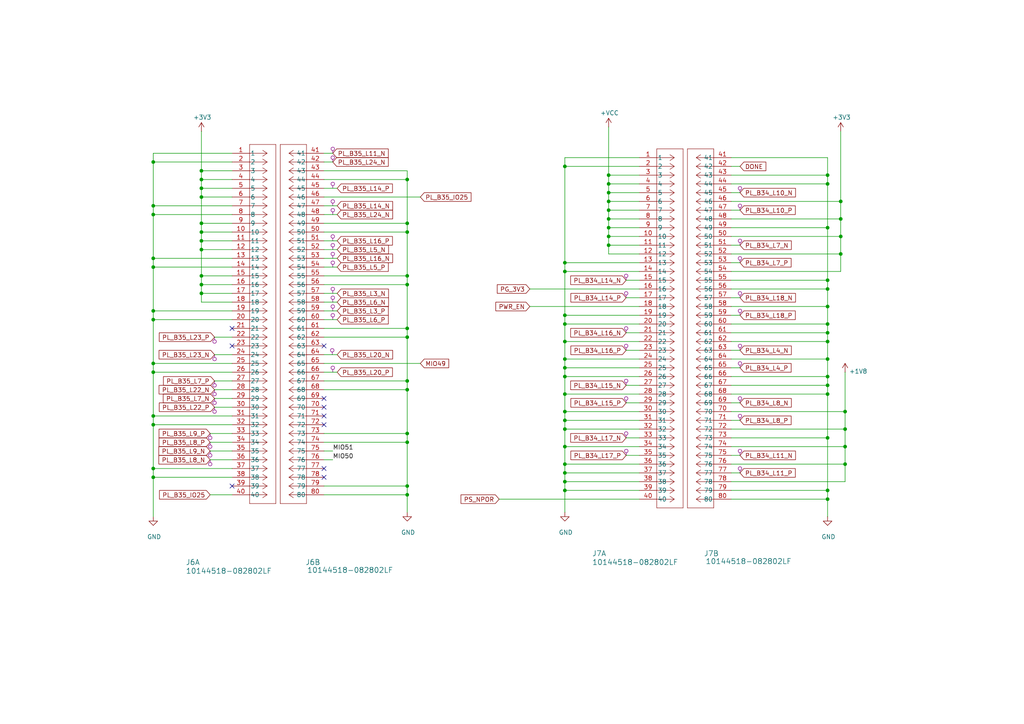
<source format=kicad_sch>
(kicad_sch (version 20250114) (generator "eeschema") (generator_version "9.0")
  (paper "A4")
  (title_block (title "MEZZANINE CONNECTORS") (date "2025-10-06") (rev "A") (company "GHM"))
  (lib_symbols
    (symbol "power:GND" (power) (pin_numbers (hide yes)) (pin_names (offset 0) (hide yes))
      (property "Value" "GND" (at 0 -3.81 0))
      (symbol "GND_1_1"
        (pin power_in line (at 0 0 270) (length 0) (name "~") (number "1"))
      )
    )
    (symbol "power:VCC" (power) (pin_numbers (hide yes)) (pin_names (offset 0) (hide yes))
      (property "Value" "VCC" (at 0 3.556 0))
      (symbol "VCC_1_1"
        (pin power_in line (at 0 0 90) (length 0) (name "~") (number "1"))
      )
    )
    (symbol "symbols:10144518-082802LF" (pin_names (offset 0.254))
      (property "Reference" "J" (at 8.89 6.35 0))
      (property "Value" "10144518-082802LF" (at 0 0 0))
      (symbol "10144518-082802LF_1_1"
        (pin unspecified line (at 0 0 0) (length 5.08) (name "1") (number "1"))
        (pin unspecified line (at 0 -2.54 0) (length 5.08) (name "2") (number "2"))
        (pin unspecified line (at 0 -5.08 0) (length 5.08) (name "3") (number "3"))
        (pin unspecified line (at 0 -7.62 0) (length 5.08) (name "4") (number "4"))
        (pin unspecified line (at 0 -10.16 0) (length 5.08) (name "5") (number "5"))
        (pin unspecified line (at 0 -12.7 0) (length 5.08) (name "6") (number "6"))
        (pin unspecified line (at 0 -15.24 0) (length 5.08) (name "7") (number "7"))
        (pin unspecified line (at 0 -17.78 0) (length 5.08) (name "8") (number "8"))
        (pin unspecified line (at 0 -20.32 0) (length 5.08) (name "9") (number "9"))
        (pin unspecified line (at 0 -22.86 0) (length 5.08) (name "10") (number "10"))
        (pin unspecified line (at 0 -25.4 0) (length 5.08) (name "11") (number "11"))
        (pin unspecified line (at 0 -27.94 0) (length 5.08) (name "12") (number "12"))
        (pin unspecified line (at 0 -30.48 0) (length 5.08) (name "13") (number "13"))
        (pin unspecified line (at 0 -33.02 0) (length 5.08) (name "14") (number "14"))
        (pin unspecified line (at 0 -35.56 0) (length 5.08) (name "15") (number "15"))
        (pin unspecified line (at 0 -38.1 0) (length 5.08) (name "16") (number "16"))
        (pin unspecified line (at 0 -40.64 0) (length 5.08) (name "17") (number "17"))
        (pin unspecified line (at 0 -43.18 0) (length 5.08) (name "18") (number "18"))
        (pin unspecified line (at 0 -45.72 0) (length 5.08) (name "19") (number "19"))
        (pin unspecified line (at 0 -48.26 0) (length 5.08) (name "20") (number "20"))
        (pin unspecified line (at 0 -50.8 0) (length 5.08) (name "21") (number "21"))
        (pin unspecified line (at 0 -53.34 0) (length 5.08) (name "22") (number "22"))
        (pin unspecified line (at 0 -55.88 0) (length 5.08) (name "23") (number "23"))
        (pin unspecified line (at 0 -58.42 0) (length 5.08) (name "24") (number "24"))
        (pin unspecified line (at 0 -60.96 0) (length 5.08) (name "25") (number "25"))
        (pin unspecified line (at 0 -63.5 0) (length 5.08) (name "26") (number "26"))
        (pin unspecified line (at 0 -66.04 0) (length 5.08) (name "27") (number "27"))
        (pin unspecified line (at 0 -68.58 0) (length 5.08) (name "28") (number "28"))
        (pin unspecified line (at 0 -71.12 0) (length 5.08) (name "29") (number "29"))
        (pin unspecified line (at 0 -73.66 0) (length 5.08) (name "30") (number "30"))
        (pin unspecified line (at 0 -76.2 0) (length 5.08) (name "31") (number "31"))
        (pin unspecified line (at 0 -78.74 0) (length 5.08) (name "32") (number "32"))
        (pin unspecified line (at 0 -81.28 0) (length 5.08) (name "33") (number "33"))
        (pin unspecified line (at 0 -83.82 0) (length 5.08) (name "34") (number "34"))
        (pin unspecified line (at 0 -86.36 0) (length 5.08) (name "35") (number "35"))
        (pin unspecified line (at 0 -88.9 0) (length 5.08) (name "36") (number "36"))
        (pin unspecified line (at 0 -91.44 0) (length 5.08) (name "37") (number "37"))
        (pin unspecified line (at 0 -93.98 0) (length 5.08) (name "38") (number "38"))
        (pin unspecified line (at 0 -96.52 0) (length 5.08) (name "39") (number "39"))
        (pin unspecified line (at 0 -99.06 0) (length 5.08) (name "40") (number "40"))
      )
      (symbol "10144518-082802LF_1_2"
        (pin unspecified line (at 0 0 0) (length 5.08) (name "1") (number "1"))
        (pin unspecified line (at 0 -2.54 0) (length 5.08) (name "2") (number "2"))
        (pin unspecified line (at 0 -5.08 0) (length 5.08) (name "3") (number "3"))
        (pin unspecified line (at 0 -7.62 0) (length 5.08) (name "4") (number "4"))
        (pin unspecified line (at 0 -10.16 0) (length 5.08) (name "5") (number "5"))
        (pin unspecified line (at 0 -12.7 0) (length 5.08) (name "6") (number "6"))
        (pin unspecified line (at 0 -15.24 0) (length 5.08) (name "7") (number "7"))
        (pin unspecified line (at 0 -17.78 0) (length 5.08) (name "8") (number "8"))
        (pin unspecified line (at 0 -20.32 0) (length 5.08) (name "9") (number "9"))
        (pin unspecified line (at 0 -22.86 0) (length 5.08) (name "10") (number "10"))
        (pin unspecified line (at 0 -25.4 0) (length 5.08) (name "11") (number "11"))
        (pin unspecified line (at 0 -27.94 0) (length 5.08) (name "12") (number "12"))
        (pin unspecified line (at 0 -30.48 0) (length 5.08) (name "13") (number "13"))
        (pin unspecified line (at 0 -33.02 0) (length 5.08) (name "14") (number "14"))
        (pin unspecified line (at 0 -35.56 0) (length 5.08) (name "15") (number "15"))
        (pin unspecified line (at 0 -38.1 0) (length 5.08) (name "16") (number "16"))
        (pin unspecified line (at 0 -40.64 0) (length 5.08) (name "17") (number "17"))
        (pin unspecified line (at 0 -43.18 0) (length 5.08) (name "18") (number "18"))
        (pin unspecified line (at 0 -45.72 0) (length 5.08) (name "19") (number "19"))
        (pin unspecified line (at 0 -48.26 0) (length 5.08) (name "20") (number "20"))
        (pin unspecified line (at 0 -50.8 0) (length 5.08) (name "21") (number "21"))
        (pin unspecified line (at 0 -53.34 0) (length 5.08) (name "22") (number "22"))
        (pin unspecified line (at 0 -55.88 0) (length 5.08) (name "23") (number "23"))
        (pin unspecified line (at 0 -58.42 0) (length 5.08) (name "24") (number "24"))
        (pin unspecified line (at 0 -60.96 0) (length 5.08) (name "25") (number "25"))
        (pin unspecified line (at 0 -63.5 0) (length 5.08) (name "26") (number "26"))
        (pin unspecified line (at 0 -66.04 0) (length 5.08) (name "27") (number "27"))
        (pin unspecified line (at 0 -68.58 0) (length 5.08) (name "28") (number "28"))
        (pin unspecified line (at 0 -71.12 0) (length 5.08) (name "29") (number "29"))
        (pin unspecified line (at 0 -73.66 0) (length 5.08) (name "30") (number "30"))
        (pin unspecified line (at 0 -76.2 0) (length 5.08) (name "31") (number "31"))
        (pin unspecified line (at 0 -78.74 0) (length 5.08) (name "32") (number "32"))
        (pin unspecified line (at 0 -81.28 0) (length 5.08) (name "33") (number "33"))
        (pin unspecified line (at 0 -83.82 0) (length 5.08) (name "34") (number "34"))
        (pin unspecified line (at 0 -86.36 0) (length 5.08) (name "35") (number "35"))
        (pin unspecified line (at 0 -88.9 0) (length 5.08) (name "36") (number "36"))
        (pin unspecified line (at 0 -91.44 0) (length 5.08) (name "37") (number "37"))
        (pin unspecified line (at 0 -93.98 0) (length 5.08) (name "38") (number "38"))
        (pin unspecified line (at 0 -96.52 0) (length 5.08) (name "39") (number "39"))
        (pin unspecified line (at 0 -99.06 0) (length 5.08) (name "40") (number "40"))
      )
      (symbol "10144518-082802LF_2_1"
        (pin unspecified line (at 0 0 0) (length 5.08) (name "41") (number "41"))
        (pin unspecified line (at 0 -2.54 0) (length 5.08) (name "42") (number "42"))
        (pin unspecified line (at 0 -5.08 0) (length 5.08) (name "43") (number "43"))
        (pin unspecified line (at 0 -7.62 0) (length 5.08) (name "44") (number "44"))
        (pin unspecified line (at 0 -10.16 0) (length 5.08) (name "45") (number "45"))
        (pin unspecified line (at 0 -12.7 0) (length 5.08) (name "46") (number "46"))
        (pin unspecified line (at 0 -15.24 0) (length 5.08) (name "47") (number "47"))
        (pin unspecified line (at 0 -17.78 0) (length 5.08) (name "48") (number "48"))
        (pin unspecified line (at 0 -20.32 0) (length 5.08) (name "49") (number "49"))
        (pin unspecified line (at 0 -22.86 0) (length 5.08) (name "50") (number "50"))
        (pin unspecified line (at 0 -25.4 0) (length 5.08) (name "51") (number "51"))
        (pin unspecified line (at 0 -27.94 0) (length 5.08) (name "52") (number "52"))
        (pin unspecified line (at 0 -30.48 0) (length 5.08) (name "53") (number "53"))
        (pin unspecified line (at 0 -33.02 0) (length 5.08) (name "54") (number "54"))
        (pin unspecified line (at 0 -35.56 0) (length 5.08) (name "55") (number "55"))
        (pin unspecified line (at 0 -38.1 0) (length 5.08) (name "56") (number "56"))
        (pin unspecified line (at 0 -40.64 0) (length 5.08) (name "57") (number "57"))
        (pin unspecified line (at 0 -43.18 0) (length 5.08) (name "58") (number "58"))
        (pin unspecified line (at 0 -45.72 0) (length 5.08) (name "59") (number "59"))
        (pin unspecified line (at 0 -48.26 0) (length 5.08) (name "60") (number "60"))
        (pin unspecified line (at 0 -50.8 0) (length 5.08) (name "61") (number "61"))
        (pin unspecified line (at 0 -53.34 0) (length 5.08) (name "62") (number "62"))
        (pin unspecified line (at 0 -55.88 0) (length 5.08) (name "63") (number "63"))
        (pin unspecified line (at 0 -58.42 0) (length 5.08) (name "64") (number "64"))
        (pin unspecified line (at 0 -60.96 0) (length 5.08) (name "65") (number "65"))
        (pin unspecified line (at 0 -63.5 0) (length 5.08) (name "66") (number "66"))
        (pin unspecified line (at 0 -66.04 0) (length 5.08) (name "67") (number "67"))
        (pin unspecified line (at 0 -68.58 0) (length 5.08) (name "68") (number "68"))
        (pin unspecified line (at 0 -71.12 0) (length 5.08) (name "69") (number "69"))
        (pin unspecified line (at 0 -73.66 0) (length 5.08) (name "70") (number "70"))
        (pin unspecified line (at 0 -76.2 0) (length 5.08) (name "71") (number "71"))
        (pin unspecified line (at 0 -78.74 0) (length 5.08) (name "72") (number "72"))
        (pin unspecified line (at 0 -81.28 0) (length 5.08) (name "73") (number "73"))
        (pin unspecified line (at 0 -83.82 0) (length 5.08) (name "74") (number "74"))
        (pin unspecified line (at 0 -86.36 0) (length 5.08) (name "75") (number "75"))
        (pin unspecified line (at 0 -88.9 0) (length 5.08) (name "76") (number "76"))
        (pin unspecified line (at 0 -91.44 0) (length 5.08) (name "77") (number "77"))
        (pin unspecified line (at 0 -93.98 0) (length 5.08) (name "78") (number "78"))
        (pin unspecified line (at 0 -96.52 0) (length 5.08) (name "79") (number "79"))
        (pin unspecified line (at 0 -99.06 0) (length 5.08) (name "80") (number "80"))
      )
      (symbol "10144518-082802LF_2_2"
        (pin unspecified line (at 0 0 0) (length 5.08) (name "41") (number "41"))
        (pin unspecified line (at 0 -2.54 0) (length 5.08) (name "42") (number "42"))
        (pin unspecified line (at 0 -5.08 0) (length 5.08) (name "43") (number "43"))
        (pin unspecified line (at 0 -7.62 0) (length 5.08) (name "44") (number "44"))
        (pin unspecified line (at 0 -10.16 0) (length 5.08) (name "45") (number "45"))
        (pin unspecified line (at 0 -12.7 0) (length 5.08) (name "46") (number "46"))
        (pin unspecified line (at 0 -15.24 0) (length 5.08) (name "47") (number "47"))
        (pin unspecified line (at 0 -17.78 0) (length 5.08) (name "48") (number "48"))
        (pin unspecified line (at 0 -20.32 0) (length 5.08) (name "49") (number "49"))
        (pin unspecified line (at 0 -22.86 0) (length 5.08) (name "50") (number "50"))
        (pin unspecified line (at 0 -25.4 0) (length 5.08) (name "51") (number "51"))
        (pin unspecified line (at 0 -27.94 0) (length 5.08) (name "52") (number "52"))
        (pin unspecified line (at 0 -30.48 0) (length 5.08) (name "53") (number "53"))
        (pin unspecified line (at 0 -33.02 0) (length 5.08) (name "54") (number "54"))
        (pin unspecified line (at 0 -35.56 0) (length 5.08) (name "55") (number "55"))
        (pin unspecified line (at 0 -38.1 0) (length 5.08) (name "56") (number "56"))
        (pin unspecified line (at 0 -40.64 0) (length 5.08) (name "57") (number "57"))
        (pin unspecified line (at 0 -43.18 0) (length 5.08) (name "58") (number "58"))
        (pin unspecified line (at 0 -45.72 0) (length 5.08) (name "59") (number "59"))
        (pin unspecified line (at 0 -48.26 0) (length 5.08) (name "60") (number "60"))
        (pin unspecified line (at 0 -50.8 0) (length 5.08) (name "61") (number "61"))
        (pin unspecified line (at 0 -53.34 0) (length 5.08) (name "62") (number "62"))
        (pin unspecified line (at 0 -55.88 0) (length 5.08) (name "63") (number "63"))
        (pin unspecified line (at 0 -58.42 0) (length 5.08) (name "64") (number "64"))
        (pin unspecified line (at 0 -60.96 0) (length 5.08) (name "65") (number "65"))
        (pin unspecified line (at 0 -63.5 0) (length 5.08) (name "66") (number "66"))
        (pin unspecified line (at 0 -66.04 0) (length 5.08) (name "67") (number "67"))
        (pin unspecified line (at 0 -68.58 0) (length 5.08) (name "68") (number "68"))
        (pin unspecified line (at 0 -71.12 0) (length 5.08) (name "69") (number "69"))
        (pin unspecified line (at 0 -73.66 0) (length 5.08) (name "70") (number "70"))
        (pin unspecified line (at 0 -76.2 0) (length 5.08) (name "71") (number "71"))
        (pin unspecified line (at 0 -78.74 0) (length 5.08) (name "72") (number "72"))
        (pin unspecified line (at 0 -81.28 0) (length 5.08) (name "73") (number "73"))
        (pin unspecified line (at 0 -83.82 0) (length 5.08) (name "74") (number "74"))
        (pin unspecified line (at 0 -86.36 0) (length 5.08) (name "75") (number "75"))
        (pin unspecified line (at 0 -88.9 0) (length 5.08) (name "76") (number "76"))
        (pin unspecified line (at 0 -91.44 0) (length 5.08) (name "77") (number "77"))
        (pin unspecified line (at 0 -93.98 0) (length 5.08) (name "78") (number "78"))
        (pin unspecified line (at 0 -96.52 0) (length 5.08) (name "79") (number "79"))
        (pin unspecified line (at 0 -99.06 0) (length 5.08) (name "80") (number "80"))
      )
    )
  )
  (junction (at 118.11 110.49))
  (junction (at 58.42 57.15))
  (junction (at 163.83 137.16))
  (junction (at 176.53 68.58))
  (junction (at 176.53 60.96))
  (junction (at 163.83 134.62))
  (junction (at 163.83 129.54))
  (junction (at 163.83 119.38))
  (junction (at 118.11 125.73))
  (junction (at 118.11 67.31))
  (junction (at 44.45 77.47))
  (junction (at 118.11 64.77))
  (junction (at 58.42 80.01))
  (junction (at 243.84 58.42))
  (junction (at 245.11 119.38))
  (junction (at 44.45 92.71))
  (junction (at 163.83 121.92))
  (junction (at 163.83 142.24))
  (junction (at 44.45 46.99))
  (junction (at 44.45 74.93))
  (junction (at 243.84 73.66))
  (junction (at 163.83 99.06))
  (junction (at 44.45 135.89))
  (junction (at 118.11 140.97))
  (junction (at 240.03 50.8))
  (junction (at 240.03 83.82))
  (junction (at 240.03 104.14))
  (junction (at 118.11 97.79))
  (junction (at 118.11 143.51))
  (junction (at 163.83 139.7))
  (junction (at 245.11 124.46))
  (junction (at 163.83 109.22))
  (junction (at 240.03 127))
  (junction (at 176.53 58.42))
  (junction (at 44.45 123.19))
  (junction (at 118.11 95.25))
  (junction (at 163.83 124.46))
  (junction (at 58.42 82.55))
  (junction (at 240.03 99.06))
  (junction (at 58.42 64.77))
  (junction (at 243.84 68.58))
  (junction (at 58.42 72.39))
  (junction (at 245.11 134.62))
  (junction (at 240.03 88.9))
  (junction (at 163.83 106.68))
  (junction (at 58.42 67.31))
  (junction (at 240.03 114.3))
  (junction (at 44.45 62.23))
  (junction (at 44.45 105.41))
  (junction (at 240.03 81.28))
  (junction (at 44.45 138.43))
  (junction (at 58.42 85.09))
  (junction (at 163.83 114.3))
  (junction (at 58.42 49.53))
  (junction (at 176.53 66.04))
  (junction (at 240.03 53.34))
  (junction (at 240.03 144.78))
  (junction (at 58.42 54.61))
  (junction (at 163.83 91.44))
  (junction (at 240.03 66.04))
  (junction (at 163.83 76.2))
  (junction (at 44.45 107.95))
  (junction (at 245.11 129.54))
  (junction (at 118.11 128.27))
  (junction (at 58.42 52.07))
  (junction (at 118.11 52.07))
  (junction (at 118.11 82.55))
  (junction (at 176.53 63.5))
  (junction (at 240.03 109.22))
  (junction (at 243.84 63.5))
  (junction (at 176.53 71.12))
  (junction (at 44.45 59.69))
  (junction (at 118.11 80.01))
  (junction (at 118.11 113.03))
  (junction (at 240.03 142.24))
  (junction (at 163.83 104.14))
  (junction (at 240.03 96.52))
  (junction (at 44.45 90.17))
  (junction (at 240.03 93.98))
  (junction (at 163.83 48.26))
  (junction (at 176.53 50.8))
  (junction (at 163.83 78.74))
  (junction (at 163.83 93.98))
  (junction (at 176.53 53.34))
  (junction (at 176.53 55.88))
  (junction (at 58.42 69.85))
  (junction (at 240.03 111.76))
  (junction (at 44.45 120.65))
  (no_connect (at 93.98 138.43))
  (no_connect (at 93.98 135.89))
  (no_connect (at 93.98 100.33))
  (no_connect (at 93.98 118.11))
  (no_connect (at 67.31 100.33))
  (no_connect (at 67.31 95.25))
  (no_connect (at 93.98 120.65))
  (no_connect (at 93.98 115.57))
  (no_connect (at 67.31 140.97))
  (no_connect (at 93.98 123.19))
  (wire (pts (xy 163.83 78.74) (xy 163.83 91.44)))
  (wire (pts (xy 58.42 82.55) (xy 58.42 80.01)))
  (wire (pts (xy 44.45 92.71) (xy 44.45 90.17)))
  (wire (pts (xy 163.83 109.22) (xy 163.83 114.3)))
  (wire (pts (xy 212.09 96.52) (xy 240.03 96.52)))
  (wire (pts (xy 163.83 137.16) (xy 163.83 139.7)))
  (wire (pts (xy 58.42 49.53) (xy 67.31 49.53)))
  (wire (pts (xy 212.09 129.54) (xy 245.11 129.54)))
  (wire (pts (xy 163.83 139.7) (xy 185.42 139.7)))
  (wire (pts (xy 176.53 58.42) (xy 185.42 58.42)))
  (wire (pts (xy 163.83 119.38) (xy 163.83 121.92)))
  (wire (pts (xy 240.03 109.22) (xy 240.03 111.76)))
  (wire (pts (xy 58.42 69.85) (xy 58.42 67.31)))
  (wire (pts (xy 60.96 143.51) (xy 67.31 143.51)))
  (wire (pts (xy 44.45 123.19) (xy 67.31 123.19)))
  (wire (pts (xy 245.11 119.38) (xy 245.11 107.95)))
  (wire (pts (xy 176.53 68.58) (xy 185.42 68.58)))
  (wire (pts (xy 44.45 44.45) (xy 67.31 44.45)))
  (wire (pts (xy 93.98 105.41) (xy 121.92 105.41)))
  (wire (pts (xy 176.53 68.58) (xy 176.53 66.04)))
  (wire (pts (xy 212.09 55.88) (xy 214.63 55.88)))
  (wire (pts (xy 93.98 110.49) (xy 118.11 110.49)))
  (wire (pts (xy 212.09 106.68) (xy 214.63 106.68)))
  (wire (pts (xy 163.83 93.98) (xy 185.42 93.98)))
  (wire (pts (xy 212.09 132.08) (xy 214.63 132.08)))
  (wire (pts (xy 212.09 127) (xy 240.03 127)))
  (wire (pts (xy 60.96 133.35) (xy 67.31 133.35)))
  (wire (pts (xy 153.67 83.82) (xy 185.42 83.82)))
  (wire (pts (xy 93.98 52.07) (xy 118.11 52.07)))
  (wire (pts (xy 44.45 59.69) (xy 44.45 46.99)))
  (wire (pts (xy 243.84 63.5) (xy 243.84 58.42)))
  (wire (pts (xy 212.09 83.82) (xy 240.03 83.82)))
  (wire (pts (xy 93.98 85.09) (xy 97.79 85.09)))
  (wire (pts (xy 93.98 113.03) (xy 118.11 113.03)))
  (wire (pts (xy 118.11 80.01) (xy 118.11 82.55)))
  (wire (pts (xy 118.11 125.73) (xy 118.11 128.27)))
  (wire (pts (xy 163.83 121.92) (xy 163.83 124.46)))
  (wire (pts (xy 62.23 113.03) (xy 67.31 113.03)))
  (wire (pts (xy 93.98 80.01) (xy 118.11 80.01)))
  (wire (pts (xy 67.31 69.85) (xy 58.42 69.85)))
  (wire (pts (xy 118.11 52.07) (xy 118.11 64.77)))
  (wire (pts (xy 240.03 66.04) (xy 240.03 81.28)))
  (wire (pts (xy 185.42 45.72) (xy 163.83 45.72)))
  (wire (pts (xy 58.42 82.55) (xy 67.31 82.55)))
  (wire (pts (xy 62.23 115.57) (xy 67.31 115.57)))
  (wire (pts (xy 44.45 107.95) (xy 67.31 107.95)))
  (wire (pts (xy 245.11 129.54) (xy 245.11 124.46)))
  (wire (pts (xy 176.53 66.04) (xy 176.53 63.5)))
  (wire (pts (xy 118.11 97.79) (xy 118.11 110.49)))
  (wire (pts (xy 245.11 134.62) (xy 245.11 129.54)))
  (wire (pts (xy 243.84 78.74) (xy 243.84 73.66)))
  (wire (pts (xy 163.83 48.26) (xy 185.42 48.26)))
  (wire (pts (xy 212.09 71.12) (xy 214.63 71.12)))
  (wire (pts (xy 181.61 96.52) (xy 185.42 96.52)))
  (wire (pts (xy 240.03 104.14) (xy 240.03 109.22)))
  (wire (pts (xy 240.03 142.24) (xy 240.03 144.78)))
  (wire (pts (xy 93.98 130.81) (xy 96.52 130.81)))
  (wire (pts (xy 163.83 104.14) (xy 163.83 106.68)))
  (wire (pts (xy 181.61 111.76) (xy 185.42 111.76)))
  (wire (pts (xy 163.83 76.2) (xy 163.83 78.74)))
  (wire (pts (xy 93.98 74.93) (xy 97.79 74.93)))
  (wire (pts (xy 44.45 135.89) (xy 67.31 135.89)))
  (wire (pts (xy 185.42 71.12) (xy 176.53 71.12)))
  (wire (pts (xy 212.09 68.58) (xy 243.84 68.58)))
  (wire (pts (xy 185.42 66.04) (xy 176.53 66.04)))
  (wire (pts (xy 212.09 101.6) (xy 214.63 101.6)))
  (wire (pts (xy 93.98 59.69) (xy 97.79 59.69)))
  (wire (pts (xy 212.09 63.5) (xy 243.84 63.5)))
  (wire (pts (xy 67.31 87.63) (xy 58.42 87.63)))
  (wire (pts (xy 118.11 110.49) (xy 118.11 113.03)))
  (wire (pts (xy 58.42 57.15) (xy 67.31 57.15)))
  (wire (pts (xy 240.03 96.52) (xy 240.03 99.06)))
  (wire (pts (xy 163.83 45.72) (xy 163.83 48.26)))
  (wire (pts (xy 212.09 73.66) (xy 243.84 73.66)))
  (wire (pts (xy 58.42 80.01) (xy 58.42 72.39)))
  (wire (pts (xy 240.03 93.98) (xy 240.03 96.52)))
  (wire (pts (xy 58.42 52.07) (xy 67.31 52.07)))
  (wire (pts (xy 58.42 87.63) (xy 58.42 85.09)))
  (wire (pts (xy 58.42 72.39) (xy 67.31 72.39)))
  (wire (pts (xy 212.09 121.92) (xy 214.63 121.92)))
  (wire (pts (xy 44.45 62.23) (xy 67.31 62.23)))
  (wire (pts (xy 212.09 78.74) (xy 243.84 78.74)))
  (wire (pts (xy 212.09 50.8) (xy 240.03 50.8)))
  (wire (pts (xy 93.98 102.87) (xy 97.79 102.87)))
  (wire (pts (xy 212.09 109.22) (xy 240.03 109.22)))
  (wire (pts (xy 118.11 140.97) (xy 118.11 143.51)))
  (wire (pts (xy 44.45 92.71) (xy 67.31 92.71)))
  (wire (pts (xy 58.42 67.31) (xy 58.42 64.77)))
  (wire (pts (xy 212.09 88.9) (xy 240.03 88.9)))
  (wire (pts (xy 163.83 129.54) (xy 185.42 129.54)))
  (wire (pts (xy 118.11 82.55) (xy 118.11 95.25)))
  (wire (pts (xy 60.96 125.73) (xy 67.31 125.73)))
  (wire (pts (xy 163.83 99.06) (xy 185.42 99.06)))
  (wire (pts (xy 212.09 119.38) (xy 245.11 119.38)))
  (wire (pts (xy 93.98 128.27) (xy 118.11 128.27)))
  (wire (pts (xy 181.61 116.84) (xy 185.42 116.84)))
  (wire (pts (xy 212.09 76.2) (xy 214.63 76.2)))
  (wire (pts (xy 118.11 95.25) (xy 118.11 97.79)))
  (wire (pts (xy 118.11 143.51) (xy 118.11 148.59)))
  (wire (pts (xy 67.31 85.09) (xy 58.42 85.09)))
  (wire (pts (xy 44.45 138.43) (xy 44.45 135.89)))
  (wire (pts (xy 163.83 48.26) (xy 163.83 76.2)))
  (wire (pts (xy 58.42 64.77) (xy 58.42 57.15)))
  (wire (pts (xy 212.09 139.7) (xy 245.11 139.7)))
  (wire (pts (xy 44.45 46.99) (xy 67.31 46.99)))
  (wire (pts (xy 163.83 78.74) (xy 185.42 78.74)))
  (wire (pts (xy 185.42 55.88) (xy 176.53 55.88)))
  (wire (pts (xy 44.45 92.71) (xy 44.45 105.41)))
  (wire (pts (xy 240.03 81.28) (xy 240.03 83.82)))
  (wire (pts (xy 181.61 81.28) (xy 185.42 81.28)))
  (wire (pts (xy 93.98 92.71) (xy 97.79 92.71)))
  (wire (pts (xy 44.45 90.17) (xy 67.31 90.17)))
  (wire (pts (xy 93.98 44.45) (xy 96.52 44.45)))
  (wire (pts (xy 212.09 81.28) (xy 240.03 81.28)))
  (wire (pts (xy 163.83 91.44) (xy 163.83 93.98)))
  (wire (pts (xy 58.42 67.31) (xy 67.31 67.31)))
  (wire (pts (xy 163.83 91.44) (xy 185.42 91.44)))
  (wire (pts (xy 163.83 76.2) (xy 185.42 76.2)))
  (wire (pts (xy 181.61 101.6) (xy 185.42 101.6)))
  (wire (pts (xy 212.09 114.3) (xy 240.03 114.3)))
  (wire (pts (xy 163.83 104.14) (xy 185.42 104.14)))
  (wire (pts (xy 93.98 64.77) (xy 118.11 64.77)))
  (wire (pts (xy 44.45 138.43) (xy 44.45 149.86)))
  (wire (pts (xy 58.42 85.09) (xy 58.42 82.55)))
  (wire (pts (xy 240.03 127) (xy 240.03 142.24)))
  (wire (pts (xy 93.98 97.79) (xy 118.11 97.79)))
  (wire (pts (xy 144.78 144.78) (xy 185.42 144.78)))
  (wire (pts (xy 93.98 87.63) (xy 97.79 87.63)))
  (wire (pts (xy 243.84 73.66) (xy 243.84 68.58)))
  (wire (pts (xy 44.45 105.41) (xy 67.31 105.41)))
  (wire (pts (xy 212.09 99.06) (xy 240.03 99.06)))
  (wire (pts (xy 118.11 113.03) (xy 118.11 125.73)))
  (wire (pts (xy 245.11 124.46) (xy 245.11 119.38)))
  (wire (pts (xy 163.83 137.16) (xy 185.42 137.16)))
  (wire (pts (xy 176.53 63.5) (xy 185.42 63.5)))
  (wire (pts (xy 176.53 58.42) (xy 176.53 55.88)))
  (wire (pts (xy 93.98 82.55) (xy 118.11 82.55)))
  (wire (pts (xy 118.11 64.77) (xy 118.11 67.31)))
  (wire (pts (xy 245.11 139.7) (xy 245.11 134.62)))
  (wire (pts (xy 44.45 90.17) (xy 44.45 77.47)))
  (wire (pts (xy 93.98 69.85) (xy 97.79 69.85)))
  (wire (pts (xy 240.03 114.3) (xy 240.03 127)))
  (wire (pts (xy 58.42 38.1) (xy 58.42 49.53)))
  (wire (pts (xy 58.42 72.39) (xy 58.42 69.85)))
  (wire (pts (xy 212.09 60.96) (xy 214.63 60.96)))
  (wire (pts (xy 163.83 124.46) (xy 185.42 124.46)))
  (wire (pts (xy 93.98 62.23) (xy 97.79 62.23)))
  (wire (pts (xy 93.98 77.47) (xy 97.79 77.47)))
  (wire (pts (xy 163.83 139.7) (xy 163.83 142.24)))
  (wire (pts (xy 185.42 73.66) (xy 176.53 73.66)))
  (wire (pts (xy 44.45 120.65) (xy 67.31 120.65)))
  (wire (pts (xy 212.09 93.98) (xy 240.03 93.98)))
  (wire (pts (xy 93.98 67.31) (xy 118.11 67.31)))
  (wire (pts (xy 118.11 128.27) (xy 118.11 140.97)))
  (wire (pts (xy 93.98 72.39) (xy 97.79 72.39)))
  (wire (pts (xy 212.09 58.42) (xy 243.84 58.42)))
  (wire (pts (xy 181.61 132.08) (xy 185.42 132.08)))
  (wire (pts (xy 93.98 107.95) (xy 97.79 107.95)))
  (wire (pts (xy 44.45 105.41) (xy 44.45 107.95)))
  (wire (pts (xy 93.98 54.61) (xy 97.79 54.61)))
  (wire (pts (xy 240.03 144.78) (xy 240.03 149.86)))
  (wire (pts (xy 163.83 129.54) (xy 163.83 134.62)))
  (wire (pts (xy 67.31 54.61) (xy 58.42 54.61)))
  (wire (pts (xy 62.23 110.49) (xy 67.31 110.49)))
  (wire (pts (xy 240.03 88.9) (xy 240.03 93.98)))
  (wire (pts (xy 176.53 50.8) (xy 185.42 50.8)))
  (wire (pts (xy 44.45 138.43) (xy 67.31 138.43)))
  (wire (pts (xy 176.53 53.34) (xy 185.42 53.34)))
  (wire (pts (xy 243.84 68.58) (xy 243.84 63.5)))
  (wire (pts (xy 212.09 144.78) (xy 240.03 144.78)))
  (wire (pts (xy 212.09 104.14) (xy 240.03 104.14)))
  (wire (pts (xy 240.03 83.82) (xy 240.03 88.9)))
  (wire (pts (xy 212.09 134.62) (xy 245.11 134.62)))
  (wire (pts (xy 44.45 74.93) (xy 67.31 74.93)))
  (wire (pts (xy 93.98 143.51) (xy 118.11 143.51)))
  (wire (pts (xy 212.09 45.72) (xy 240.03 45.72)))
  (wire (pts (xy 176.53 36.83) (xy 176.53 50.8)))
  (wire (pts (xy 44.45 62.23) (xy 44.45 59.69)))
  (wire (pts (xy 240.03 53.34) (xy 240.03 66.04)))
  (wire (pts (xy 44.45 77.47) (xy 44.45 74.93)))
  (wire (pts (xy 93.98 95.25) (xy 118.11 95.25)))
  (wire (pts (xy 176.53 55.88) (xy 176.53 53.34)))
  (wire (pts (xy 58.42 52.07) (xy 58.42 49.53)))
  (wire (pts (xy 44.45 135.89) (xy 44.45 123.19)))
  (wire (pts (xy 163.83 93.98) (xy 163.83 99.06)))
  (wire (pts (xy 212.09 116.84) (xy 214.63 116.84)))
  (wire (pts (xy 62.23 102.87) (xy 67.31 102.87)))
  (wire (pts (xy 118.11 49.53) (xy 118.11 52.07)))
  (wire (pts (xy 212.09 66.04) (xy 240.03 66.04)))
  (wire (pts (xy 62.23 97.79) (xy 67.31 97.79)))
  (wire (pts (xy 93.98 125.73) (xy 118.11 125.73)))
  (wire (pts (xy 240.03 45.72) (xy 240.03 50.8)))
  (wire (pts (xy 93.98 140.97) (xy 118.11 140.97)))
  (wire (pts (xy 163.83 134.62) (xy 185.42 134.62)))
  (wire (pts (xy 181.61 127) (xy 185.42 127)))
  (wire (pts (xy 185.42 60.96) (xy 176.53 60.96)))
  (wire (pts (xy 240.03 99.06) (xy 240.03 104.14)))
  (wire (pts (xy 163.83 114.3) (xy 185.42 114.3)))
  (wire (pts (xy 176.53 63.5) (xy 176.53 60.96)))
  (wire (pts (xy 93.98 49.53) (xy 118.11 49.53)))
  (wire (pts (xy 67.31 80.01) (xy 58.42 80.01)))
  (wire (pts (xy 212.09 48.26) (xy 214.63 48.26)))
  (wire (pts (xy 163.83 134.62) (xy 163.83 137.16)))
  (wire (pts (xy 176.53 60.96) (xy 176.53 58.42)))
  (wire (pts (xy 44.45 74.93) (xy 44.45 62.23)))
  (wire (pts (xy 163.83 124.46) (xy 163.83 129.54)))
  (wire (pts (xy 212.09 86.36) (xy 214.63 86.36)))
  (wire (pts (xy 93.98 133.35) (xy 96.52 133.35)))
  (wire (pts (xy 163.83 99.06) (xy 163.83 104.14)))
  (wire (pts (xy 212.09 142.24) (xy 240.03 142.24)))
  (wire (pts (xy 176.53 53.34) (xy 176.53 50.8)))
  (wire (pts (xy 212.09 91.44) (xy 214.63 91.44)))
  (wire (pts (xy 58.42 57.15) (xy 58.42 54.61)))
  (wire (pts (xy 181.61 86.36) (xy 185.42 86.36)))
  (wire (pts (xy 44.45 59.69) (xy 67.31 59.69)))
  (wire (pts (xy 153.67 88.9) (xy 185.42 88.9)))
  (wire (pts (xy 163.83 119.38) (xy 185.42 119.38)))
  (wire (pts (xy 44.45 123.19) (xy 44.45 120.65)))
  (wire (pts (xy 62.23 118.11) (xy 67.31 118.11)))
  (wire (pts (xy 240.03 111.76) (xy 240.03 114.3)))
  (wire (pts (xy 93.98 90.17) (xy 97.79 90.17)))
  (wire (pts (xy 212.09 137.16) (xy 214.63 137.16)))
  (wire (pts (xy 163.83 121.92) (xy 185.42 121.92)))
  (wire (pts (xy 243.84 58.42) (xy 243.84 38.1)))
  (wire (pts (xy 44.45 46.99) (xy 44.45 44.45)))
  (wire (pts (xy 163.83 142.24) (xy 185.42 142.24)))
  (wire (pts (xy 163.83 114.3) (xy 163.83 119.38)))
  (wire (pts (xy 212.09 53.34) (xy 240.03 53.34)))
  (wire (pts (xy 44.45 77.47) (xy 67.31 77.47)))
  (wire (pts (xy 176.53 71.12) (xy 176.53 68.58)))
  (wire (pts (xy 212.09 124.46) (xy 245.11 124.46)))
  (wire (pts (xy 93.98 57.15) (xy 121.92 57.15)))
  (wire (pts (xy 93.98 46.99) (xy 96.52 46.99)))
  (wire (pts (xy 163.83 106.68) (xy 163.83 109.22)))
  (wire (pts (xy 60.96 130.81) (xy 67.31 130.81)))
  (wire (pts (xy 176.53 73.66) (xy 176.53 71.12)))
  (wire (pts (xy 163.83 142.24) (xy 163.83 148.59)))
  (wire (pts (xy 118.11 67.31) (xy 118.11 80.01)))
  (wire (pts (xy 44.45 120.65) (xy 44.45 107.95)))
  (wire (pts (xy 212.09 111.76) (xy 240.03 111.76)))
  (wire (pts (xy 240.03 50.8) (xy 240.03 53.34)))
  (wire (pts (xy 58.42 54.61) (xy 58.42 52.07)))
  (wire (pts (xy 163.83 109.22) (xy 185.42 109.22)))
  (wire (pts (xy 67.31 64.77) (xy 58.42 64.77)))
  (wire (pts (xy 60.96 128.27) (xy 67.31 128.27)))
  (wire (pts (xy 163.83 106.68) (xy 185.42 106.68)))
  (label "MIO51" (at 96.52 130.81 0))
  (label "MIO50" (at 96.52 133.35 0))
  (global_label "PL_B35_IO25" (shape input) (at 121.92 57.15 0) (property "Intersheetrefs" "${INTERSHEET_REFS}" (effects (hide yes))))
  (global_label "PL_B35_L9_P" (shape input) (at 60.96 125.73 180) (property "Intersheetrefs" "${INTERSHEET_REFS}" (effects (hide yes))))
  (global_label "PL_B34_L7_P" (shape input) (at 214.63 76.2 0) (property "Intersheetrefs" "${INTERSHEET_REFS}" (effects (hide yes))))
  (global_label "PL_B34_L4_N" (shape input) (at 214.63 101.6 0) (property "Intersheetrefs" "${INTERSHEET_REFS}" (effects (hide yes))))
  (global_label "PS_NPOR" (shape input) (at 144.78 144.78 180) (property "Intersheetrefs" "${INTERSHEET_REFS}" (effects (hide yes))))
  (global_label "MIO49" (shape input) (at 121.92 105.41 0) (property "Intersheetrefs" "${INTERSHEET_REFS}" (effects (hide yes))))
  (global_label "PL_B35_L7_P" (shape input) (at 62.23 110.49 180) (property "Intersheetrefs" "${INTERSHEET_REFS}" (effects (hide yes))))
  (global_label "PL_B35_L8_N" (shape input) (at 60.96 133.35 180) (property "Intersheetrefs" "${INTERSHEET_REFS}" (effects (hide yes))))
  (global_label "PL_B35_IO25" (shape input) (at 60.96 143.51 180) (property "Intersheetrefs" "${INTERSHEET_REFS}" (effects (hide yes))))
  (global_label "PL_B34_L11_N" (shape input) (at 214.63 132.08 0) (property "Intersheetrefs" "${INTERSHEET_REFS}" (effects (hide yes))))
  (global_label "PL_B34_L8_N" (shape input) (at 214.63 116.84 0) (property "Intersheetrefs" "${INTERSHEET_REFS}" (effects (hide yes))))
  (global_label "PL_B34_L15_P" (shape input) (at 181.61 116.84 180) (property "Intersheetrefs" "${INTERSHEET_REFS}" (effects (hide yes))))
  (global_label "PL_B35_L24_N" (shape input) (at 97.79 62.23 0) (property "Intersheetrefs" "${INTERSHEET_REFS}" (effects (hide yes))))
  (global_label "PL_B35_L22_P" (shape input) (at 62.23 118.11 180) (property "Intersheetrefs" "${INTERSHEET_REFS}" (effects (hide yes))))
  (global_label "PL_B34_L7_N" (shape input) (at 214.63 71.12 0) (property "Intersheetrefs" "${INTERSHEET_REFS}" (effects (hide yes))))
  (global_label "PL_B34_L18_P" (shape input) (at 214.63 91.44 0) (property "Intersheetrefs" "${INTERSHEET_REFS}" (effects (hide yes))))
  (global_label "PL_B34_L10_N" (shape input) (at 214.63 55.88 0) (property "Intersheetrefs" "${INTERSHEET_REFS}" (effects (hide yes))))
  (global_label "PL_B34_L16_P" (shape input) (at 181.61 101.6 180) (property "Intersheetrefs" "${INTERSHEET_REFS}" (effects (hide yes))))
  (global_label "PL_B35_L14_P" (shape input) (at 97.79 54.61 0) (property "Intersheetrefs" "${INTERSHEET_REFS}" (effects (hide yes))))
  (global_label "DONE" (shape input) (at 214.63 48.26 0) (property "Intersheetrefs" "${INTERSHEET_REFS}" (effects (hide yes))))
  (global_label "PL_B35_L20_N" (shape input) (at 97.79 102.87 0) (property "Intersheetrefs" "${INTERSHEET_REFS}" (effects (hide yes))))
  (global_label "PL_B34_L16_N" (shape input) (at 181.61 96.52 180) (property "Intersheetrefs" "${INTERSHEET_REFS}" (effects (hide yes))))
  (global_label "PL_B35_L22_N" (shape input) (at 62.23 113.03 180) (property "Intersheetrefs" "${INTERSHEET_REFS}" (effects (hide yes))))
  (global_label "PL_B35_L20_P" (shape input) (at 97.79 107.95 0) (property "Intersheetrefs" "${INTERSHEET_REFS}" (effects (hide yes))))
  (global_label "PL_B35_L8_P" (shape input) (at 60.96 128.27 180) (property "Intersheetrefs" "${INTERSHEET_REFS}" (effects (hide yes))))
  (global_label "PL_B35_L3_P" (shape input) (at 97.79 90.17 0) (property "Intersheetrefs" "${INTERSHEET_REFS}" (effects (hide yes))))
  (global_label "PL_B35_L7_N" (shape input) (at 62.23 115.57 180) (property "Intersheetrefs" "${INTERSHEET_REFS}" (effects (hide yes))))
  (global_label "PL_B34_L10_P" (shape input) (at 214.63 60.96 0) (property "Intersheetrefs" "${INTERSHEET_REFS}" (effects (hide yes))))
  (global_label "PL_B35_L16_P" (shape input) (at 97.79 69.85 0) (property "Intersheetrefs" "${INTERSHEET_REFS}" (effects (hide yes))))
  (global_label "PL_B34_L15_N" (shape input) (at 181.61 111.76 180) (property "Intersheetrefs" "${INTERSHEET_REFS}" (effects (hide yes))))
  (global_label "PL_B35_L16_N" (shape input) (at 97.79 74.93 0) (property "Intersheetrefs" "${INTERSHEET_REFS}" (effects (hide yes))))
  (global_label "PL_B34_L17_P" (shape input) (at 181.61 132.08 180) (property "Intersheetrefs" "${INTERSHEET_REFS}" (effects (hide yes))))
  (global_label "PL_B35_L23_P" (shape input) (at 62.23 97.79 180) (property "Intersheetrefs" "${INTERSHEET_REFS}" (effects (hide yes))))
  (global_label "PL_B35_L9_N" (shape input) (at 60.96 130.81 180) (property "Intersheetrefs" "${INTERSHEET_REFS}" (effects (hide yes))))
  (global_label "PL_B35_L11_N" (shape input) (at 96.52 44.45 0) (property "Intersheetrefs" "${INTERSHEET_REFS}" (effects (hide yes))))
  (global_label "PWR_EN" (shape input) (at 153.67 88.9 180) (property "Intersheetrefs" "${INTERSHEET_REFS}" (effects (hide yes))))
  (global_label "PL_B34_L17_N" (shape input) (at 181.61 127 180) (property "Intersheetrefs" "${INTERSHEET_REFS}" (effects (hide yes))))
  (global_label "PL_B34_L18_N" (shape input) (at 214.63 86.36 0) (property "Intersheetrefs" "${INTERSHEET_REFS}" (effects (hide yes))))
  (global_label "PL_B35_L5_P" (shape input) (at 97.79 77.47 0) (property "Intersheetrefs" "${INTERSHEET_REFS}" (effects (hide yes))))
  (global_label "PL_B34_L11_P" (shape input) (at 214.63 137.16 0) (property "Intersheetrefs" "${INTERSHEET_REFS}" (effects (hide yes))))
  (global_label "PL_B35_L3_N" (shape input) (at 97.79 85.09 0) (property "Intersheetrefs" "${INTERSHEET_REFS}" (effects (hide yes))))
  (global_label "PL_B34_L14_P" (shape input) (at 181.61 86.36 180) (property "Intersheetrefs" "${INTERSHEET_REFS}" (effects (hide yes))))
  (global_label "PL_B35_L23_N" (shape input) (at 62.23 102.87 180) (property "Intersheetrefs" "${INTERSHEET_REFS}" (effects (hide yes))))
  (global_label "PL_B34_L4_P" (shape input) (at 214.63 106.68 0) (property "Intersheetrefs" "${INTERSHEET_REFS}" (effects (hide yes))))
  (global_label "PL_B35_L6_P" (shape input) (at 97.79 92.71 0) (property "Intersheetrefs" "${INTERSHEET_REFS}" (effects (hide yes))))
  (global_label "PL_B35_L5_N" (shape input) (at 97.79 72.39 0) (property "Intersheetrefs" "${INTERSHEET_REFS}" (effects (hide yes))))
  (global_label "PL_B34_L8_P" (shape input) (at 214.63 121.92 0) (property "Intersheetrefs" "${INTERSHEET_REFS}" (effects (hide yes))))
  (global_label "PL_B35_L6_N" (shape input) (at 97.79 87.63 0) (property "Intersheetrefs" "${INTERSHEET_REFS}" (effects (hide yes))))
  (global_label "PL_B35_L14_N" (shape input) (at 97.79 59.69 0) (property "Intersheetrefs" "${INTERSHEET_REFS}" (effects (hide yes))))
  (global_label "PL_B34_L14_N" (shape input) (at 181.61 81.28 180) (property "Intersheetrefs" "${INTERSHEET_REFS}" (effects (hide yes))))
  (global_label "PG_3V3" (shape input) (at 153.67 83.82 180) (property "Intersheetrefs" "${INTERSHEET_REFS}" (effects (hide yes))))
  (global_label "PL_B35_L24_N" (shape input) (at 96.52 46.99 0) (property "Intersheetrefs" "${INTERSHEET_REFS}" (effects (hide yes))))
  (netclass_flag "" (length 1.27) (shape round) (at 181.6472 132.08 0) (property "Netclass" "DP_50" (effects (hide yes))))
  (netclass_flag "" (length 1.27) (shape round) (at 181.61 127 0) (property "Netclass" "DP_50" (effects (hide yes))))
  (netclass_flag "" (length 1.27) (shape round) (at 96.52 90.17 0) (property "Netclass" "DP_50" (effects (hide yes))))
  (netclass_flag "" (length 1.27) (shape round) (at 181.61 116.84 0) (property "Netclass" "DP_50" (effects (hide yes))))
  (netclass_flag "" (length 1.27) (shape round) (at 96.52 59.69 0) (property "Netclass" "DP_50" (effects (hide yes))))
  (netclass_flag "" (length 1.27) (shape round) (at 214.63 101.6 0) (property "Netclass" "DP_50" (effects (hide yes))))
  (netclass_flag "" (length 1.27) (shape round) (at 214.63 91.44 0) (property "Netclass" "DP_50" (effects (hide yes))))
  (netclass_flag "" (length 1.27) (shape round) (at 181.61 96.52 0) (property "Netclass" "DP_50" (effects (hide yes))))
  (netclass_flag "" (length 1.27) (shape round) (at 96.52 62.23 0) (property "Netclass" "DP_50" (effects (hide yes))))
  (netclass_flag "" (length 1.27) (shape round) (at 96.52 72.39 0) (property "Netclass" "DP_50" (effects (hide yes))))
  (netclass_flag "" (length 1.27) (shape round) (at 214.63 116.84 0) (property "Netclass" "DP_50" (effects (hide yes))))
  (netclass_flag "" (length 1.27) (shape round) (at 181.61 101.6 0) (property "Netclass" "DP_50" (effects (hide yes))))
  (netclass_flag "" (length 1.27) (shape round) (at 62.23 102.87 180) (property "Netclass" "DP_50" (effects (hide yes))))
  (netclass_flag "" (length 1.27) (shape round) (at 96.52 54.61 0) (property "Netclass" "DP_50" (effects (hide yes))))
  (netclass_flag "" (length 1.27) (shape round) (at 60.96 125.73 180) (property "Netclass" "DP_50" (effects (hide yes))))
  (netclass_flag "" (length 1.27) (shape round) (at 214.6216 60.96 0) (property "Netclass" "DP_50" (effects (hide yes))))
  (netclass_flag "" (length 1.27) (shape round) (at 96.52 87.63 0) (property "Netclass" "DP_50" (effects (hide yes))))
  (netclass_flag "" (length 1.27) (shape round) (at 214.63 71.12 0) (property "Netclass" "DP_50" (effects (hide yes))))
  (netclass_flag "" (length 1.27) (shape round) (at 214.6216 121.92 0) (property "Netclass" "DP_50" (effects (hide yes))))
  (netclass_flag "" (length 1.27) (shape round) (at 62.23 110.49 180) (property "Netclass" "DP_50" (effects (hide yes))))
  (netclass_flag "" (length 1.27) (shape round) (at 214.63 137.16 0) (property "Netclass" "DP_50" (effects (hide yes))))
  (netclass_flag "" (length 1.27) (shape round) (at 96.52 85.09 0) (property "Netclass" "DP_50" (effects (hide yes))))
  (netclass_flag "" (length 1.27) (shape round) (at 181.61 81.28 0) (property "Netclass" "DP_50" (effects (hide yes))))
  (netclass_flag "" (length 1.27) (shape round) (at 214.63 106.68 0) (property "Netclass" "DP_50" (effects (hide yes))))
  (netclass_flag "" (length 1.27) (shape round) (at 60.96 128.27 180) (property "Netclass" "DP_50" (effects (hide yes))))
  (netclass_flag "" (length 1.27) (shape round) (at 96.52 44.45 0) (property "Netclass" "DP_50" (effects (hide yes))))
  (netclass_flag "" (length 1.27) (shape round) (at 96.52 46.99 0) (property "Netclass" "DP_50" (effects (hide yes))))
  (netclass_flag "" (length 1.27) (shape round) (at 96.52 74.93 0) (property "Netclass" "DP_50" (effects (hide yes))))
  (netclass_flag "" (length 1.27) (shape round) (at 60.96 133.35 180) (property "Netclass" "DP_50" (effects (hide yes))))
  (netclass_flag "" (length 1.27) (shape round) (at 62.23 118.11 180) (property "Netclass" "DP_50" (effects (hide yes))))
  (netclass_flag "" (length 1.27) (shape round) (at 214.6216 76.2 0) (property "Netclass" "DP_50" (effects (hide yes))))
  (netclass_flag "" (length 1.27) (shape round) (at 96.3627 102.87 0) (property "Netclass" "DP_50" (effects (hide yes))))
  (netclass_flag "" (length 1.27) (shape round) (at 181.61 86.36 0) (property "Netclass" "DP_50" (effects (hide yes))))
  (netclass_flag "" (length 1.27) (shape round) (at 62.23 113.03 180) (property "Netclass" "DP_50" (effects (hide yes))))
  (netclass_flag "" (length 1.27) (shape round) (at 62.23 115.57 180) (property "Netclass" "DP_50" (effects (hide yes))))
  (netclass_flag "" (length 1.27) (shape round) (at 214.63 132.08 0) (property "Netclass" "DP_50" (effects (hide yes))))
  (netclass_flag "" (length 1.27) (shape round) (at 96.52 107.95 0) (property "Netclass" "DP_50" (effects (hide yes))))
  (netclass_flag "" (length 1.27) (shape round) (at 214.63 86.36 0) (property "Netclass" "DP_50" (effects (hide yes))))
  (netclass_flag "" (length 1.27) (shape round) (at 214.63 55.88 0) (property "Netclass" "DP_50" (effects (hide yes))))
  (netclass_flag "" (length 1.27) (shape round) (at 60.96 130.81 180) (property "Netclass" "DP_50" (effects (hide yes))))
  (netclass_flag "" (length 1.27) (shape round) (at 62.23 97.79 180) (property "Netclass" "DP_50" (effects (hide yes))))
  (netclass_flag "" (length 1.27) (shape round) (at 96.52 69.85 0) (property "Netclass" "DP_50" (effects (hide yes))))
  (netclass_flag "" (length 1.27) (shape round) (at 96.52 92.71 0) (property "Netclass" "DP_50" (effects (hide yes))))
  (netclass_flag "" (length 1.27) (shape round) (at 181.61 111.76 0) (property "Netclass" "DP_50" (effects (hide yes))))
  (netclass_flag "" (length 1.27) (shape round) (at 96.52 77.47 0) (property "Netclass" "DP_50" (effects (hide yes))))
  (symbol (lib_id "power:VCC") (at 243.84 38.1 0) (unit 1)
    (property "Reference" "#PWR0239" (effects (hide yes)))
    (property "Value" "+3V3" (at 244.094 34.036 0))
    (property "Description" "Power symbol creates a global label with name \"VCC\"" (effects (hide yes)))
  )
  (symbol (lib_id "symbols:10144518-082802LF") (at 93.98 44.45 0) (mirror y) (unit 2)
    (property "Reference" "J6" (at 92.964 163.068 0) (effects (font (size 1.524 1.524)) (justify left)))
    (property "Value" "10144518-082802LF" (at 114.046 165.354 0) (effects (font (size 1.524 1.524)) (justify left)))
    (property "Footprint" "101445 mezz:CONN_10144518_AMP" (effects (hide yes)))
    (property "Datasheet" "10144518-082802LF" (effects (hide yes)))
  )
  (symbol (lib_id "symbols:10144518-082802LF") (at 212.09 45.72 0) (mirror y) (unit 2)
    (property "Reference" "J7" (at 208.534 160.528 0) (effects (font (size 1.524 1.524)) (justify left)))
    (property "Value" "10144518-082802LF" (at 229.616 162.814 0) (effects (font (size 1.524 1.524)) (justify left)))
    (property "Footprint" "101445 mezz:CONN_10144518_AMP" (effects (hide yes)))
    (property "Datasheet" "10144518-082802LF" (effects (hide yes)))
  )
  (symbol (lib_id "power:VCC") (at 58.42 38.1 0) (unit 1)
    (property "Reference" "#PWR0235" (effects (hide yes)))
    (property "Value" "+3V3" (at 58.674 34.036 0))
    (property "Description" "Power symbol creates a global label with name \"VCC\"" (effects (hide yes)))
  )
  (symbol (lib_id "power:GND") (at 240.03 149.86 0) (unit 1)
    (property "Reference" "#PWR0241" (effects (hide yes)))
    (property "Value" "GND" (at 240.284 155.702 0))
    (property "Description" "Power symbol creates a global label with name \"GND\" , ground" (effects (hide yes)))
  )
  (symbol (lib_id "power:GND") (at 44.45 149.86 0) (unit 1)
    (property "Reference" "#PWR0234" (effects (hide yes)))
    (property "Value" "GND" (at 44.704 155.702 0))
    (property "Description" "Power symbol creates a global label with name \"GND\" , ground" (effects (hide yes)))
  )
  (symbol (lib_id "power:VCC") (at 176.53 36.83 0) (unit 1)
    (property "Reference" "#PWR0238" (effects (hide yes)))
    (property "Value" "+VCC" (at 176.784 32.766 0))
    (property "Description" "Power symbol creates a global label with name \"VCC\"" (effects (hide yes)))
  )
  (symbol (lib_id "symbols:10144518-082802LF") (at 67.31 44.45 0) (unit 1)
    (property "Reference" "J6" (at 53.848 163.068 0) (effects (font (size 1.524 1.524)) (justify left)))
    (property "Value" "10144518-082802LF" (at 53.848 165.608 0) (effects (font (size 1.524 1.524)) (justify left)))
    (property "Footprint" "101445 mezz:CONN_10144518_AMP" (effects (hide yes)))
    (property "Datasheet" "10144518-082802LF" (effects (hide yes)))
  )
  (symbol (lib_id "symbols:10144518-082802LF") (at 185.42 45.72 0) (unit 1)
    (property "Reference" "J7" (at 171.704 160.528 0) (effects (font (size 1.524 1.524)) (justify left)))
    (property "Value" "10144518-082802LF" (at 171.704 163.068 0) (effects (font (size 1.524 1.524)) (justify left)))
    (property "Footprint" "101445 mezz:CONN_10144518_AMP" (effects (hide yes)))
    (property "Datasheet" "10144518-082802LF" (effects (hide yes)))
  )
  (symbol (lib_id "power:GND") (at 118.11 148.59 0) (unit 1)
    (property "Reference" "#PWR0236" (effects (hide yes)))
    (property "Value" "GND" (at 118.364 154.432 0))
    (property "Description" "Power symbol creates a global label with name \"GND\" , ground" (effects (hide yes)))
  )
  (symbol (lib_id "power:VCC") (at 245.11 107.95 0) (unit 1)
    (property "Reference" "#PWR0240" (effects (hide yes)))
    (property "Value" "+1V8" (at 248.92 107.696 0))
    (property "Description" "Power symbol creates a global label with name \"VCC\"" (effects (hide yes)))
  )
  (symbol (lib_id "power:GND") (at 163.83 148.59 0) (unit 1)
    (property "Reference" "#PWR0237" (effects (hide yes)))
    (property "Value" "GND" (at 164.084 154.432 0))
    (property "Description" "Power symbol creates a global label with name \"GND\" , ground" (effects (hide yes)))
  )
)
</source>
